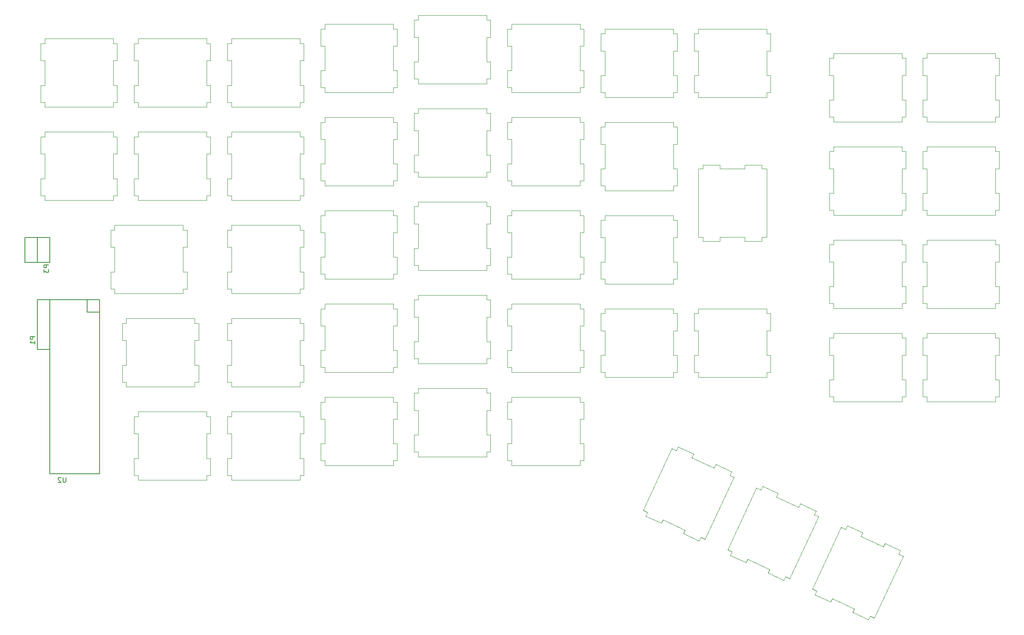
<source format=gbo>
G04 This is an RS-274x file exported by *
G04 gerbv version 2.6.0 *
G04 More information is available about gerbv at *
G04 http://gerbv.gpleda.org/ *
G04 --End of header info--*
%MOIN*%
%FSLAX34Y34*%
%IPPOS*%
G04 --Define apertures--*
%ADD10C,0.0039*%
%ADD11C,0.0059*%
G04 --Start main section--*
G54D10*
G01X0055296Y-010828D02*
G01X0049796Y-010828D01*
G01X0047796Y-010506D02*
G01X0047796Y-010120D01*
G01X0048116Y-010506D02*
G01X0047796Y-010506D01*
G01X0042296Y-010506D02*
G01X0041976Y-010506D01*
G01X0042296Y-010120D02*
G01X0042296Y-010506D01*
G01X0047796Y-010120D02*
G01X0042296Y-010120D01*
G01X0040296Y-010828D02*
G01X0034796Y-010828D01*
G01X0078600Y-058435D02*
G01X0078950Y-058598D01*
G01X0076640Y-051452D02*
G01X0076290Y-051289D01*
G01X0076775Y-051162D02*
G01X0076640Y-051452D01*
G01X0078024Y-051744D02*
G01X0076775Y-051162D01*
G01X0077889Y-052034D02*
G01X0078024Y-051744D01*
G01X0079676Y-052868D02*
G01X0077889Y-052034D01*
G01X0079811Y-052578D02*
G01X0079676Y-052868D01*
G01X0081060Y-053160D02*
G01X0079811Y-052578D01*
G01X0080925Y-053450D02*
G01X0081060Y-053160D01*
G01X0081275Y-053613D02*
G01X0080925Y-053450D01*
G01X0078950Y-058598D02*
G01X0081275Y-053613D01*
G01X0078465Y-058725D02*
G01X0078600Y-058435D01*
G01X0077216Y-058143D02*
G01X0078465Y-058725D01*
G01X0077351Y-057853D02*
G01X0077216Y-058143D01*
G01X0075564Y-057019D02*
G01X0077351Y-057853D01*
G01X0075429Y-057309D02*
G01X0075564Y-057019D01*
G01X0074180Y-056727D02*
G01X0075429Y-057309D01*
G01X0074315Y-056437D02*
G01X0074180Y-056727D01*
G01X0073965Y-056274D02*
G01X0074315Y-056437D01*
G01X0076290Y-051289D02*
G01X0073965Y-056274D01*
G01X0069842Y-048282D02*
G01X0069493Y-048119D01*
G01X0069978Y-047992D02*
G01X0069842Y-048282D01*
G01X0071227Y-048575D02*
G01X0069978Y-047992D01*
G01X0071091Y-048865D02*
G01X0071227Y-048575D01*
G01X0072879Y-049698D02*
G01X0071091Y-048865D01*
G01X0073014Y-049408D02*
G01X0072879Y-049698D01*
G01X0074263Y-049991D02*
G01X0073014Y-049408D01*
G01X0074127Y-050281D02*
G01X0074263Y-049991D01*
G01X0074477Y-050444D02*
G01X0074127Y-050281D01*
G01X0072153Y-055428D02*
G01X0074477Y-050444D01*
G01X0071803Y-055265D02*
G01X0072153Y-055428D01*
G01X0071668Y-055555D02*
G01X0071803Y-055265D01*
G01X0070419Y-054973D02*
G01X0071668Y-055555D01*
G01X0070554Y-054683D02*
G01X0070419Y-054973D01*
G01X0068767Y-053849D02*
G01X0070554Y-054683D01*
G01X0068632Y-054140D02*
G01X0068767Y-053849D01*
G01X0067383Y-053557D02*
G01X0068632Y-054140D01*
G01X0067518Y-053267D02*
G01X0067383Y-053557D01*
G01X0067168Y-053104D02*
G01X0067518Y-053267D01*
G01X0069493Y-048119D02*
G01X0067168Y-053104D01*
G01X0063045Y-045113D02*
G01X0062695Y-044950D01*
G01X0063180Y-044823D02*
G01X0063045Y-045113D01*
G01X0064429Y-045405D02*
G01X0063180Y-044823D01*
G01X0064294Y-045695D02*
G01X0064429Y-045405D01*
G01X0066081Y-046529D02*
G01X0064294Y-045695D01*
G01X0066216Y-046239D02*
G01X0066081Y-046529D01*
G01X0067465Y-046821D02*
G01X0066216Y-046239D01*
G01X0067330Y-047111D02*
G01X0067465Y-046821D01*
G01X0067680Y-047274D02*
G01X0067330Y-047111D01*
G01X0065356Y-052259D02*
G01X0067680Y-047274D01*
G01X0065006Y-052096D02*
G01X0065356Y-052259D01*
G01X0064870Y-052386D02*
G01X0065006Y-052096D01*
G01X0063622Y-051803D02*
G01X0064870Y-052386D01*
G01X0063757Y-051513D02*
G01X0063622Y-051803D01*
G01X0061970Y-050680D02*
G01X0063757Y-051513D01*
G01X0061834Y-050970D02*
G01X0061970Y-050680D01*
G01X0060585Y-050388D02*
G01X0061834Y-050970D01*
G01X0060721Y-050097D02*
G01X0060585Y-050388D01*
G01X0060371Y-049934D02*
G01X0060721Y-050097D01*
G01X0062695Y-044950D02*
G01X0060371Y-049934D01*
G01X0088674Y-036077D02*
G01X0088674Y-035691D01*
G01X0088994Y-036077D02*
G01X0088674Y-036077D01*
G01X0088994Y-037455D02*
G01X0088994Y-036077D01*
G01X0088674Y-037455D02*
G01X0088994Y-037455D01*
G01X0088674Y-039427D02*
G01X0088674Y-037455D01*
G01X0088994Y-039427D02*
G01X0088674Y-039427D01*
G01X0088994Y-040805D02*
G01X0088994Y-039427D01*
G01X0088674Y-040805D02*
G01X0088994Y-040805D01*
G01X0088674Y-041191D02*
G01X0088674Y-040805D01*
G01X0083174Y-041191D02*
G01X0088674Y-041191D01*
G01X0083174Y-040805D02*
G01X0083174Y-041191D01*
G01X0082854Y-040805D02*
G01X0083174Y-040805D01*
G01X0082854Y-039427D02*
G01X0082854Y-040805D01*
G01X0083174Y-039427D02*
G01X0082854Y-039427D01*
G01X0083174Y-037455D02*
G01X0083174Y-039427D01*
G01X0082854Y-037455D02*
G01X0083174Y-037455D01*
G01X0082854Y-036077D02*
G01X0082854Y-037455D01*
G01X0083174Y-036077D02*
G01X0082854Y-036077D01*
G01X0083174Y-035691D02*
G01X0083174Y-036077D01*
G01X0088674Y-035691D02*
G01X0083174Y-035691D01*
G01X0088674Y-028577D02*
G01X0088674Y-028191D01*
G01X0088994Y-028577D02*
G01X0088674Y-028577D01*
G01X0088994Y-029955D02*
G01X0088994Y-028577D01*
G01X0088674Y-029955D02*
G01X0088994Y-029955D01*
G01X0088674Y-031927D02*
G01X0088674Y-029955D01*
G01X0088994Y-031927D02*
G01X0088674Y-031927D01*
G01X0088994Y-033305D02*
G01X0088994Y-031927D01*
G01X0088674Y-033305D02*
G01X0088994Y-033305D01*
G01X0088674Y-033691D02*
G01X0088674Y-033305D01*
G01X0083174Y-033691D02*
G01X0088674Y-033691D01*
G01X0083174Y-033305D02*
G01X0083174Y-033691D01*
G01X0082854Y-033305D02*
G01X0083174Y-033305D01*
G01X0082854Y-031927D02*
G01X0082854Y-033305D01*
G01X0083174Y-031927D02*
G01X0082854Y-031927D01*
G01X0083174Y-029955D02*
G01X0083174Y-031927D01*
G01X0082854Y-029955D02*
G01X0083174Y-029955D01*
G01X0082854Y-028577D02*
G01X0082854Y-029955D01*
G01X0083174Y-028577D02*
G01X0082854Y-028577D01*
G01X0083174Y-028191D02*
G01X0083174Y-028577D01*
G01X0088674Y-028191D02*
G01X0083174Y-028191D01*
G01X0088674Y-021077D02*
G01X0088674Y-020691D01*
G01X0088994Y-021077D02*
G01X0088674Y-021077D01*
G01X0088994Y-022455D02*
G01X0088994Y-021077D01*
G01X0088674Y-022455D02*
G01X0088994Y-022455D01*
G01X0088674Y-024427D02*
G01X0088674Y-022455D01*
G01X0088994Y-024427D02*
G01X0088674Y-024427D01*
G01X0088994Y-025805D02*
G01X0088994Y-024427D01*
G01X0088674Y-025805D02*
G01X0088994Y-025805D01*
G01X0088674Y-026191D02*
G01X0088674Y-025805D01*
G01X0083174Y-026191D02*
G01X0088674Y-026191D01*
G01X0083174Y-025805D02*
G01X0083174Y-026191D01*
G01X0082854Y-025805D02*
G01X0083174Y-025805D01*
G01X0082854Y-024427D02*
G01X0082854Y-025805D01*
G01X0083174Y-024427D02*
G01X0082854Y-024427D01*
G01X0083174Y-022455D02*
G01X0083174Y-024427D01*
G01X0082854Y-022455D02*
G01X0083174Y-022455D01*
G01X0082854Y-021077D02*
G01X0082854Y-022455D01*
G01X0083174Y-021077D02*
G01X0082854Y-021077D01*
G01X0083174Y-020691D02*
G01X0083174Y-021077D01*
G01X0088674Y-020691D02*
G01X0083174Y-020691D01*
G01X0088674Y-013577D02*
G01X0088674Y-013191D01*
G01X0088994Y-013577D02*
G01X0088674Y-013577D01*
G01X0088994Y-014955D02*
G01X0088994Y-013577D01*
G01X0088674Y-014955D02*
G01X0088994Y-014955D01*
G01X0088674Y-016927D02*
G01X0088674Y-014955D01*
G01X0088994Y-016927D02*
G01X0088674Y-016927D01*
G01X0088994Y-018305D02*
G01X0088994Y-016927D01*
G01X0088674Y-018305D02*
G01X0088994Y-018305D01*
G01X0088674Y-018691D02*
G01X0088674Y-018305D01*
G01X0083174Y-018691D02*
G01X0088674Y-018691D01*
G01X0083174Y-018305D02*
G01X0083174Y-018691D01*
G01X0082854Y-018305D02*
G01X0083174Y-018305D01*
G01X0082854Y-016927D02*
G01X0082854Y-018305D01*
G01X0083174Y-016927D02*
G01X0082854Y-016927D01*
G01X0083174Y-014955D02*
G01X0083174Y-016927D01*
G01X0082854Y-014955D02*
G01X0083174Y-014955D01*
G01X0082854Y-013577D02*
G01X0082854Y-014955D01*
G01X0083174Y-013577D02*
G01X0082854Y-013577D01*
G01X0083174Y-013191D02*
G01X0083174Y-013577D01*
G01X0088674Y-013191D02*
G01X0083174Y-013191D01*
G01X0081174Y-036077D02*
G01X0081174Y-035691D01*
G01X0081494Y-036077D02*
G01X0081174Y-036077D01*
G01X0081494Y-037455D02*
G01X0081494Y-036077D01*
G01X0081174Y-037455D02*
G01X0081494Y-037455D01*
G01X0081174Y-039427D02*
G01X0081174Y-037455D01*
G01X0081494Y-039427D02*
G01X0081174Y-039427D01*
G01X0081494Y-040805D02*
G01X0081494Y-039427D01*
G01X0081174Y-040805D02*
G01X0081494Y-040805D01*
G01X0081174Y-041191D02*
G01X0081174Y-040805D01*
G01X0075674Y-041191D02*
G01X0081174Y-041191D01*
G01X0075674Y-040805D02*
G01X0075674Y-041191D01*
G01X0075354Y-040805D02*
G01X0075674Y-040805D01*
G01X0075354Y-039427D02*
G01X0075354Y-040805D01*
G01X0075674Y-039427D02*
G01X0075354Y-039427D01*
G01X0075674Y-037455D02*
G01X0075674Y-039427D01*
G01X0075354Y-037455D02*
G01X0075674Y-037455D01*
G01X0075354Y-036077D02*
G01X0075354Y-037455D01*
G01X0075674Y-036077D02*
G01X0075354Y-036077D01*
G01X0075674Y-035691D02*
G01X0075674Y-036077D01*
G01X0081174Y-035691D02*
G01X0075674Y-035691D01*
G01X0081174Y-028577D02*
G01X0081174Y-028191D01*
G01X0081494Y-028577D02*
G01X0081174Y-028577D01*
G01X0081494Y-029955D02*
G01X0081494Y-028577D01*
G01X0081174Y-029955D02*
G01X0081494Y-029955D01*
G01X0081174Y-031927D02*
G01X0081174Y-029955D01*
G01X0081494Y-031927D02*
G01X0081174Y-031927D01*
G01X0081494Y-033305D02*
G01X0081494Y-031927D01*
G01X0081174Y-033305D02*
G01X0081494Y-033305D01*
G01X0081174Y-033691D02*
G01X0081174Y-033305D01*
G01X0075674Y-033691D02*
G01X0081174Y-033691D01*
G01X0075674Y-033305D02*
G01X0075674Y-033691D01*
G01X0075354Y-033305D02*
G01X0075674Y-033305D01*
G01X0075354Y-031927D02*
G01X0075354Y-033305D01*
G01X0075674Y-031927D02*
G01X0075354Y-031927D01*
G01X0075674Y-029955D02*
G01X0075674Y-031927D01*
G01X0075354Y-029955D02*
G01X0075674Y-029955D01*
G01X0075354Y-028577D02*
G01X0075354Y-029955D01*
G01X0075674Y-028577D02*
G01X0075354Y-028577D01*
G01X0075674Y-028191D02*
G01X0075674Y-028577D01*
G01X0081174Y-028191D02*
G01X0075674Y-028191D01*
G01X0081174Y-021077D02*
G01X0081174Y-020691D01*
G01X0081494Y-021077D02*
G01X0081174Y-021077D01*
G01X0081494Y-022455D02*
G01X0081494Y-021077D01*
G01X0081174Y-022455D02*
G01X0081494Y-022455D01*
G01X0081174Y-024427D02*
G01X0081174Y-022455D01*
G01X0081494Y-024427D02*
G01X0081174Y-024427D01*
G01X0081494Y-025805D02*
G01X0081494Y-024427D01*
G01X0081174Y-025805D02*
G01X0081494Y-025805D01*
G01X0081174Y-026191D02*
G01X0081174Y-025805D01*
G01X0075674Y-026191D02*
G01X0081174Y-026191D01*
G01X0075674Y-025805D02*
G01X0075674Y-026191D01*
G01X0075354Y-025805D02*
G01X0075674Y-025805D01*
G01X0075354Y-024427D02*
G01X0075354Y-025805D01*
G01X0075674Y-024427D02*
G01X0075354Y-024427D01*
G01X0075674Y-022455D02*
G01X0075674Y-024427D01*
G01X0075354Y-022455D02*
G01X0075674Y-022455D01*
G01X0075354Y-021077D02*
G01X0075354Y-022455D01*
G01X0075674Y-021077D02*
G01X0075354Y-021077D01*
G01X0075674Y-020691D02*
G01X0075674Y-021077D01*
G01X0081174Y-020691D02*
G01X0075674Y-020691D01*
G01X0081174Y-013577D02*
G01X0081174Y-013191D01*
G01X0081494Y-013577D02*
G01X0081174Y-013577D01*
G01X0081494Y-014955D02*
G01X0081494Y-013577D01*
G01X0081174Y-014955D02*
G01X0081494Y-014955D01*
G01X0081174Y-016927D02*
G01X0081174Y-014955D01*
G01X0081494Y-016927D02*
G01X0081174Y-016927D01*
G01X0081494Y-018305D02*
G01X0081494Y-016927D01*
G01X0081174Y-018305D02*
G01X0081494Y-018305D01*
G01X0081174Y-018691D02*
G01X0081174Y-018305D01*
G01X0075674Y-018691D02*
G01X0081174Y-018691D01*
G01X0075674Y-018305D02*
G01X0075674Y-018691D01*
G01X0075354Y-018305D02*
G01X0075674Y-018305D01*
G01X0075354Y-016927D02*
G01X0075354Y-018305D01*
G01X0075674Y-016927D02*
G01X0075354Y-016927D01*
G01X0075674Y-014955D02*
G01X0075674Y-016927D01*
G01X0075354Y-014955D02*
G01X0075674Y-014955D01*
G01X0075354Y-013577D02*
G01X0075354Y-014955D01*
G01X0075674Y-013577D02*
G01X0075354Y-013577D01*
G01X0075674Y-013191D02*
G01X0075674Y-013577D01*
G01X0081174Y-013191D02*
G01X0075674Y-013191D01*
G01X0055296Y-041214D02*
G01X0055296Y-040828D01*
G01X0055616Y-041214D02*
G01X0055296Y-041214D01*
G01X0055616Y-042592D02*
G01X0055616Y-041214D01*
G01X0055296Y-042592D02*
G01X0055616Y-042592D01*
G01X0055296Y-044564D02*
G01X0055296Y-042592D01*
G01X0055616Y-044564D02*
G01X0055296Y-044564D01*
G01X0055616Y-045942D02*
G01X0055616Y-044564D01*
G01X0055296Y-045942D02*
G01X0055616Y-045942D01*
G01X0055296Y-046328D02*
G01X0055296Y-045942D01*
G01X0049796Y-046328D02*
G01X0055296Y-046328D01*
G01X0049796Y-045942D02*
G01X0049796Y-046328D01*
G01X0049476Y-045942D02*
G01X0049796Y-045942D01*
G01X0049476Y-044564D02*
G01X0049476Y-045942D01*
G01X0049796Y-044564D02*
G01X0049476Y-044564D01*
G01X0049796Y-042592D02*
G01X0049796Y-044564D01*
G01X0049476Y-042592D02*
G01X0049796Y-042592D01*
G01X0049476Y-041214D02*
G01X0049476Y-042592D01*
G01X0049796Y-041214D02*
G01X0049476Y-041214D01*
G01X0049796Y-040828D02*
G01X0049796Y-041214D01*
G01X0055296Y-040828D02*
G01X0049796Y-040828D01*
G01X0055296Y-033714D02*
G01X0055296Y-033328D01*
G01X0055616Y-033714D02*
G01X0055296Y-033714D01*
G01X0055616Y-035092D02*
G01X0055616Y-033714D01*
G01X0055296Y-035092D02*
G01X0055616Y-035092D01*
G01X0055296Y-037064D02*
G01X0055296Y-035092D01*
G01X0055616Y-037064D02*
G01X0055296Y-037064D01*
G01X0055616Y-038442D02*
G01X0055616Y-037064D01*
G01X0055296Y-038442D02*
G01X0055616Y-038442D01*
G01X0055296Y-038828D02*
G01X0055296Y-038442D01*
G01X0049796Y-038828D02*
G01X0055296Y-038828D01*
G01X0049796Y-038442D02*
G01X0049796Y-038828D01*
G01X0049476Y-038442D02*
G01X0049796Y-038442D01*
G01X0049476Y-037064D02*
G01X0049476Y-038442D01*
G01X0049796Y-037064D02*
G01X0049476Y-037064D01*
G01X0049796Y-035092D02*
G01X0049796Y-037064D01*
G01X0049476Y-035092D02*
G01X0049796Y-035092D01*
G01X0049476Y-033714D02*
G01X0049476Y-035092D01*
G01X0049796Y-033714D02*
G01X0049476Y-033714D01*
G01X0049796Y-033328D02*
G01X0049796Y-033714D01*
G01X0055296Y-033328D02*
G01X0049796Y-033328D01*
G01X0055296Y-026214D02*
G01X0055296Y-025828D01*
G01X0055616Y-026214D02*
G01X0055296Y-026214D01*
G01X0055616Y-027592D02*
G01X0055616Y-026214D01*
G01X0055296Y-027592D02*
G01X0055616Y-027592D01*
G01X0055296Y-029564D02*
G01X0055296Y-027592D01*
G01X0055616Y-029564D02*
G01X0055296Y-029564D01*
G01X0055616Y-030942D02*
G01X0055616Y-029564D01*
G01X0055296Y-030942D02*
G01X0055616Y-030942D01*
G01X0055296Y-031328D02*
G01X0055296Y-030942D01*
G01X0049796Y-031328D02*
G01X0055296Y-031328D01*
G01X0049796Y-030942D02*
G01X0049796Y-031328D01*
G01X0049476Y-030942D02*
G01X0049796Y-030942D01*
G01X0049476Y-029564D02*
G01X0049476Y-030942D01*
G01X0049796Y-029564D02*
G01X0049476Y-029564D01*
G01X0049796Y-027592D02*
G01X0049796Y-029564D01*
G01X0049476Y-027592D02*
G01X0049796Y-027592D01*
G01X0049476Y-026214D02*
G01X0049476Y-027592D01*
G01X0049796Y-026214D02*
G01X0049476Y-026214D01*
G01X0049796Y-025828D02*
G01X0049796Y-026214D01*
G01X0055296Y-025828D02*
G01X0049796Y-025828D01*
G01X0055296Y-018714D02*
G01X0055296Y-018328D01*
G01X0055616Y-018714D02*
G01X0055296Y-018714D01*
G01X0055616Y-020092D02*
G01X0055616Y-018714D01*
G01X0055296Y-020092D02*
G01X0055616Y-020092D01*
G01X0055296Y-022064D02*
G01X0055296Y-020092D01*
G01X0055616Y-022064D02*
G01X0055296Y-022064D01*
G01X0055616Y-023442D02*
G01X0055616Y-022064D01*
G01X0055296Y-023442D02*
G01X0055616Y-023442D01*
G01X0055296Y-023828D02*
G01X0055296Y-023442D01*
G01X0049796Y-023828D02*
G01X0055296Y-023828D01*
G01X0049796Y-023442D02*
G01X0049796Y-023828D01*
G01X0049476Y-023442D02*
G01X0049796Y-023442D01*
G01X0049476Y-022064D02*
G01X0049476Y-023442D01*
G01X0049796Y-022064D02*
G01X0049476Y-022064D01*
G01X0049796Y-020092D02*
G01X0049796Y-022064D01*
G01X0049476Y-020092D02*
G01X0049796Y-020092D01*
G01X0049476Y-018714D02*
G01X0049476Y-020092D01*
G01X0049796Y-018714D02*
G01X0049476Y-018714D01*
G01X0049796Y-018328D02*
G01X0049796Y-018714D01*
G01X0055296Y-018328D02*
G01X0049796Y-018328D01*
G01X0055296Y-011214D02*
G01X0055296Y-010828D01*
G01X0055616Y-011214D02*
G01X0055296Y-011214D01*
G01X0055616Y-012592D02*
G01X0055616Y-011214D01*
G01X0055296Y-012592D02*
G01X0055616Y-012592D01*
G01X0055296Y-014564D02*
G01X0055296Y-012592D01*
G01X0055616Y-014564D02*
G01X0055296Y-014564D01*
G01X0055616Y-015942D02*
G01X0055616Y-014564D01*
G01X0055296Y-015942D02*
G01X0055616Y-015942D01*
G01X0055296Y-016328D02*
G01X0055296Y-015942D01*
G01X0049796Y-016328D02*
G01X0055296Y-016328D01*
G01X0049796Y-015942D02*
G01X0049796Y-016328D01*
G01X0049476Y-015942D02*
G01X0049796Y-015942D01*
G01X0049476Y-014564D02*
G01X0049476Y-015942D01*
G01X0049796Y-014564D02*
G01X0049476Y-014564D01*
G01X0049796Y-012592D02*
G01X0049796Y-014564D01*
G01X0049476Y-012592D02*
G01X0049796Y-012592D01*
G01X0049476Y-011214D02*
G01X0049476Y-012592D01*
G01X0049796Y-011214D02*
G01X0049476Y-011214D01*
G01X0049796Y-010828D02*
G01X0049796Y-011214D01*
G01X0065182Y-022472D02*
G01X0064796Y-022472D01*
G01X0065182Y-022152D02*
G01X0065182Y-022472D01*
G01X0066560Y-022152D02*
G01X0065182Y-022152D01*
G01X0066560Y-022472D02*
G01X0066560Y-022152D01*
G01X0068532Y-022472D02*
G01X0066560Y-022472D01*
G01X0068532Y-022152D02*
G01X0068532Y-022472D01*
G01X0069910Y-022152D02*
G01X0068532Y-022152D01*
G01X0069910Y-022472D02*
G01X0069910Y-022152D01*
G01X0070296Y-022472D02*
G01X0069910Y-022472D01*
G01X0070296Y-027972D02*
G01X0070296Y-022472D01*
G01X0069910Y-027972D02*
G01X0070296Y-027972D01*
G01X0069910Y-028292D02*
G01X0069910Y-027972D01*
G01X0068532Y-028292D02*
G01X0069910Y-028292D01*
G01X0068532Y-027972D02*
G01X0068532Y-028292D01*
G01X0066560Y-027972D02*
G01X0068532Y-027972D01*
G01X0066560Y-028292D02*
G01X0066560Y-027972D01*
G01X0065182Y-028292D02*
G01X0066560Y-028292D01*
G01X0065182Y-027972D02*
G01X0065182Y-028292D01*
G01X0064796Y-027972D02*
G01X0065182Y-027972D01*
G01X0064796Y-022472D02*
G01X0064796Y-027972D01*
G01X0070296Y-034108D02*
G01X0070296Y-033722D01*
G01X0070616Y-034108D02*
G01X0070296Y-034108D01*
G01X0070616Y-035486D02*
G01X0070616Y-034108D01*
G01X0070296Y-035486D02*
G01X0070616Y-035486D01*
G01X0070296Y-037458D02*
G01X0070296Y-035486D01*
G01X0070616Y-037458D02*
G01X0070296Y-037458D01*
G01X0070616Y-038836D02*
G01X0070616Y-037458D01*
G01X0070296Y-038836D02*
G01X0070616Y-038836D01*
G01X0070296Y-039222D02*
G01X0070296Y-038836D01*
G01X0064796Y-039222D02*
G01X0070296Y-039222D01*
G01X0064796Y-038836D02*
G01X0064796Y-039222D01*
G01X0064476Y-038836D02*
G01X0064796Y-038836D01*
G01X0064476Y-037458D02*
G01X0064476Y-038836D01*
G01X0064796Y-037458D02*
G01X0064476Y-037458D01*
G01X0064796Y-035486D02*
G01X0064796Y-037458D01*
G01X0064476Y-035486D02*
G01X0064796Y-035486D01*
G01X0064476Y-034108D02*
G01X0064476Y-035486D01*
G01X0064796Y-034108D02*
G01X0064476Y-034108D01*
G01X0064796Y-033722D02*
G01X0064796Y-034108D01*
G01X0070296Y-033722D02*
G01X0064796Y-033722D01*
G01X0070296Y-011608D02*
G01X0070296Y-011222D01*
G01X0070616Y-011608D02*
G01X0070296Y-011608D01*
G01X0070616Y-012986D02*
G01X0070616Y-011608D01*
G01X0070296Y-012986D02*
G01X0070616Y-012986D01*
G01X0070296Y-014958D02*
G01X0070296Y-012986D01*
G01X0070616Y-014958D02*
G01X0070296Y-014958D01*
G01X0070616Y-016336D02*
G01X0070616Y-014958D01*
G01X0070296Y-016336D02*
G01X0070616Y-016336D01*
G01X0070296Y-016722D02*
G01X0070296Y-016336D01*
G01X0064796Y-016722D02*
G01X0070296Y-016722D01*
G01X0064796Y-016336D02*
G01X0064796Y-016722D01*
G01X0064476Y-016336D02*
G01X0064796Y-016336D01*
G01X0064476Y-014958D02*
G01X0064476Y-016336D01*
G01X0064796Y-014958D02*
G01X0064476Y-014958D01*
G01X0064796Y-012986D02*
G01X0064796Y-014958D01*
G01X0064476Y-012986D02*
G01X0064796Y-012986D01*
G01X0064476Y-011608D02*
G01X0064476Y-012986D01*
G01X0064796Y-011608D02*
G01X0064476Y-011608D01*
G01X0064796Y-011222D02*
G01X0064796Y-011608D01*
G01X0070296Y-011222D02*
G01X0064796Y-011222D01*
G01X0062796Y-034108D02*
G01X0062796Y-033722D01*
G01X0063116Y-034108D02*
G01X0062796Y-034108D01*
G01X0063116Y-035486D02*
G01X0063116Y-034108D01*
G01X0062796Y-035486D02*
G01X0063116Y-035486D01*
G01X0062796Y-037458D02*
G01X0062796Y-035486D01*
G01X0063116Y-037458D02*
G01X0062796Y-037458D01*
G01X0063116Y-038836D02*
G01X0063116Y-037458D01*
G01X0062796Y-038836D02*
G01X0063116Y-038836D01*
G01X0062796Y-039222D02*
G01X0062796Y-038836D01*
G01X0057296Y-039222D02*
G01X0062796Y-039222D01*
G01X0057296Y-038836D02*
G01X0057296Y-039222D01*
G01X0056976Y-038836D02*
G01X0057296Y-038836D01*
G01X0056976Y-037458D02*
G01X0056976Y-038836D01*
G01X0057296Y-037458D02*
G01X0056976Y-037458D01*
G01X0057296Y-035486D02*
G01X0057296Y-037458D01*
G01X0056976Y-035486D02*
G01X0057296Y-035486D01*
G01X0056976Y-034108D02*
G01X0056976Y-035486D01*
G01X0057296Y-034108D02*
G01X0056976Y-034108D01*
G01X0057296Y-033722D02*
G01X0057296Y-034108D01*
G01X0062796Y-033722D02*
G01X0057296Y-033722D01*
G01X0062796Y-026608D02*
G01X0062796Y-026222D01*
G01X0063116Y-026608D02*
G01X0062796Y-026608D01*
G01X0063116Y-027986D02*
G01X0063116Y-026608D01*
G01X0062796Y-027986D02*
G01X0063116Y-027986D01*
G01X0062796Y-029958D02*
G01X0062796Y-027986D01*
G01X0063116Y-029958D02*
G01X0062796Y-029958D01*
G01X0063116Y-031336D02*
G01X0063116Y-029958D01*
G01X0062796Y-031336D02*
G01X0063116Y-031336D01*
G01X0062796Y-031722D02*
G01X0062796Y-031336D01*
G01X0057296Y-031722D02*
G01X0062796Y-031722D01*
G01X0057296Y-031336D02*
G01X0057296Y-031722D01*
G01X0056976Y-031336D02*
G01X0057296Y-031336D01*
G01X0056976Y-029958D02*
G01X0056976Y-031336D01*
G01X0057296Y-029958D02*
G01X0056976Y-029958D01*
G01X0057296Y-027986D02*
G01X0057296Y-029958D01*
G01X0056976Y-027986D02*
G01X0057296Y-027986D01*
G01X0056976Y-026608D02*
G01X0056976Y-027986D01*
G01X0057296Y-026608D02*
G01X0056976Y-026608D01*
G01X0057296Y-026222D02*
G01X0057296Y-026608D01*
G01X0062796Y-026222D02*
G01X0057296Y-026222D01*
G01X0062796Y-019108D02*
G01X0062796Y-018722D01*
G01X0063116Y-019108D02*
G01X0062796Y-019108D01*
G01X0063116Y-020486D02*
G01X0063116Y-019108D01*
G01X0062796Y-020486D02*
G01X0063116Y-020486D01*
G01X0062796Y-022458D02*
G01X0062796Y-020486D01*
G01X0063116Y-022458D02*
G01X0062796Y-022458D01*
G01X0063116Y-023836D02*
G01X0063116Y-022458D01*
G01X0062796Y-023836D02*
G01X0063116Y-023836D01*
G01X0062796Y-024222D02*
G01X0062796Y-023836D01*
G01X0057296Y-024222D02*
G01X0062796Y-024222D01*
G01X0057296Y-023836D02*
G01X0057296Y-024222D01*
G01X0056976Y-023836D02*
G01X0057296Y-023836D01*
G01X0056976Y-022458D02*
G01X0056976Y-023836D01*
G01X0057296Y-022458D02*
G01X0056976Y-022458D01*
G01X0057296Y-020486D02*
G01X0057296Y-022458D01*
G01X0056976Y-020486D02*
G01X0057296Y-020486D01*
G01X0056976Y-019108D02*
G01X0056976Y-020486D01*
G01X0057296Y-019108D02*
G01X0056976Y-019108D01*
G01X0057296Y-018722D02*
G01X0057296Y-019108D01*
G01X0062796Y-018722D02*
G01X0057296Y-018722D01*
G01X0062796Y-011608D02*
G01X0062796Y-011222D01*
G01X0063116Y-011608D02*
G01X0062796Y-011608D01*
G01X0063116Y-012986D02*
G01X0063116Y-011608D01*
G01X0062796Y-012986D02*
G01X0063116Y-012986D01*
G01X0062796Y-014958D02*
G01X0062796Y-012986D01*
G01X0063116Y-014958D02*
G01X0062796Y-014958D01*
G01X0063116Y-016336D02*
G01X0063116Y-014958D01*
G01X0062796Y-016336D02*
G01X0063116Y-016336D01*
G01X0062796Y-016722D02*
G01X0062796Y-016336D01*
G01X0057296Y-016722D02*
G01X0062796Y-016722D01*
G01X0057296Y-016336D02*
G01X0057296Y-016722D01*
G01X0056976Y-016336D02*
G01X0057296Y-016336D01*
G01X0056976Y-014958D02*
G01X0056976Y-016336D01*
G01X0057296Y-014958D02*
G01X0056976Y-014958D01*
G01X0057296Y-012986D02*
G01X0057296Y-014958D01*
G01X0056976Y-012986D02*
G01X0057296Y-012986D01*
G01X0056976Y-011608D02*
G01X0056976Y-012986D01*
G01X0057296Y-011608D02*
G01X0056976Y-011608D01*
G01X0057296Y-011222D02*
G01X0057296Y-011608D01*
G01X0062796Y-011222D02*
G01X0057296Y-011222D01*
G01X0047796Y-040506D02*
G01X0047796Y-040120D01*
G01X0048116Y-040506D02*
G01X0047796Y-040506D01*
G01X0048116Y-041884D02*
G01X0048116Y-040506D01*
G01X0047796Y-041884D02*
G01X0048116Y-041884D01*
G01X0047796Y-043856D02*
G01X0047796Y-041884D01*
G01X0048116Y-043856D02*
G01X0047796Y-043856D01*
G01X0048116Y-045234D02*
G01X0048116Y-043856D01*
G01X0047796Y-045234D02*
G01X0048116Y-045234D01*
G01X0047796Y-045620D02*
G01X0047796Y-045234D01*
G01X0042296Y-045620D02*
G01X0047796Y-045620D01*
G01X0042296Y-045234D02*
G01X0042296Y-045620D01*
G01X0041976Y-045234D02*
G01X0042296Y-045234D01*
G01X0041976Y-043856D02*
G01X0041976Y-045234D01*
G01X0042296Y-043856D02*
G01X0041976Y-043856D01*
G01X0042296Y-041884D02*
G01X0042296Y-043856D01*
G01X0041976Y-041884D02*
G01X0042296Y-041884D01*
G01X0041976Y-040506D02*
G01X0041976Y-041884D01*
G01X0042296Y-040506D02*
G01X0041976Y-040506D01*
G01X0042296Y-040120D02*
G01X0042296Y-040506D01*
G01X0047796Y-040120D02*
G01X0042296Y-040120D01*
G01X0047796Y-033006D02*
G01X0047796Y-032620D01*
G01X0048116Y-033006D02*
G01X0047796Y-033006D01*
G01X0048116Y-034384D02*
G01X0048116Y-033006D01*
G01X0047796Y-034384D02*
G01X0048116Y-034384D01*
G01X0047796Y-036356D02*
G01X0047796Y-034384D01*
G01X0048116Y-036356D02*
G01X0047796Y-036356D01*
G01X0048116Y-037734D02*
G01X0048116Y-036356D01*
G01X0047796Y-037734D02*
G01X0048116Y-037734D01*
G01X0047796Y-038120D02*
G01X0047796Y-037734D01*
G01X0042296Y-038120D02*
G01X0047796Y-038120D01*
G01X0042296Y-037734D02*
G01X0042296Y-038120D01*
G01X0041976Y-037734D02*
G01X0042296Y-037734D01*
G01X0041976Y-036356D02*
G01X0041976Y-037734D01*
G01X0042296Y-036356D02*
G01X0041976Y-036356D01*
G01X0042296Y-034384D02*
G01X0042296Y-036356D01*
G01X0041976Y-034384D02*
G01X0042296Y-034384D01*
G01X0041976Y-033006D02*
G01X0041976Y-034384D01*
G01X0042296Y-033006D02*
G01X0041976Y-033006D01*
G01X0042296Y-032620D02*
G01X0042296Y-033006D01*
G01X0047796Y-032620D02*
G01X0042296Y-032620D01*
G01X0047796Y-025506D02*
G01X0047796Y-025120D01*
G01X0048116Y-025506D02*
G01X0047796Y-025506D01*
G01X0048116Y-026884D02*
G01X0048116Y-025506D01*
G01X0047796Y-026884D02*
G01X0048116Y-026884D01*
G01X0047796Y-028856D02*
G01X0047796Y-026884D01*
G01X0048116Y-028856D02*
G01X0047796Y-028856D01*
G01X0048116Y-030234D02*
G01X0048116Y-028856D01*
G01X0047796Y-030234D02*
G01X0048116Y-030234D01*
G01X0047796Y-030620D02*
G01X0047796Y-030234D01*
G01X0042296Y-030620D02*
G01X0047796Y-030620D01*
G01X0042296Y-030234D02*
G01X0042296Y-030620D01*
G01X0041976Y-030234D02*
G01X0042296Y-030234D01*
G01X0041976Y-028856D02*
G01X0041976Y-030234D01*
G01X0042296Y-028856D02*
G01X0041976Y-028856D01*
G01X0042296Y-026884D02*
G01X0042296Y-028856D01*
G01X0041976Y-026884D02*
G01X0042296Y-026884D01*
G01X0041976Y-025506D02*
G01X0041976Y-026884D01*
G01X0042296Y-025506D02*
G01X0041976Y-025506D01*
G01X0042296Y-025120D02*
G01X0042296Y-025506D01*
G01X0047796Y-025120D02*
G01X0042296Y-025120D01*
G01X0047796Y-018006D02*
G01X0047796Y-017620D01*
G01X0048116Y-018006D02*
G01X0047796Y-018006D01*
G01X0048116Y-019384D02*
G01X0048116Y-018006D01*
G01X0047796Y-019384D02*
G01X0048116Y-019384D01*
G01X0047796Y-021356D02*
G01X0047796Y-019384D01*
G01X0048116Y-021356D02*
G01X0047796Y-021356D01*
G01X0048116Y-022734D02*
G01X0048116Y-021356D01*
G01X0047796Y-022734D02*
G01X0048116Y-022734D01*
G01X0047796Y-023120D02*
G01X0047796Y-022734D01*
G01X0042296Y-023120D02*
G01X0047796Y-023120D01*
G01X0042296Y-022734D02*
G01X0042296Y-023120D01*
G01X0041976Y-022734D02*
G01X0042296Y-022734D01*
G01X0041976Y-021356D02*
G01X0041976Y-022734D01*
G01X0042296Y-021356D02*
G01X0041976Y-021356D01*
G01X0042296Y-019384D02*
G01X0042296Y-021356D01*
G01X0041976Y-019384D02*
G01X0042296Y-019384D01*
G01X0041976Y-018006D02*
G01X0041976Y-019384D01*
G01X0042296Y-018006D02*
G01X0041976Y-018006D01*
G01X0042296Y-017620D02*
G01X0042296Y-018006D01*
G01X0047796Y-017620D02*
G01X0042296Y-017620D01*
G01X0048116Y-011884D02*
G01X0048116Y-010506D01*
G01X0047796Y-011884D02*
G01X0048116Y-011884D01*
G01X0047796Y-013856D02*
G01X0047796Y-011884D01*
G01X0048116Y-013856D02*
G01X0047796Y-013856D01*
G01X0048116Y-015234D02*
G01X0048116Y-013856D01*
G01X0047796Y-015234D02*
G01X0048116Y-015234D01*
G01X0047796Y-015620D02*
G01X0047796Y-015234D01*
G01X0042296Y-015620D02*
G01X0047796Y-015620D01*
G01X0042296Y-015234D02*
G01X0042296Y-015620D01*
G01X0041976Y-015234D02*
G01X0042296Y-015234D01*
G01X0041976Y-013856D02*
G01X0041976Y-015234D01*
G01X0042296Y-013856D02*
G01X0041976Y-013856D01*
G01X0042296Y-011884D02*
G01X0042296Y-013856D01*
G01X0041976Y-011884D02*
G01X0042296Y-011884D01*
G01X0041976Y-010506D02*
G01X0041976Y-011884D01*
G01X0040296Y-041214D02*
G01X0040296Y-040828D01*
G01X0040616Y-041214D02*
G01X0040296Y-041214D01*
G01X0040616Y-042592D02*
G01X0040616Y-041214D01*
G01X0040296Y-042592D02*
G01X0040616Y-042592D01*
G01X0040296Y-044564D02*
G01X0040296Y-042592D01*
G01X0040616Y-044564D02*
G01X0040296Y-044564D01*
G01X0040616Y-045942D02*
G01X0040616Y-044564D01*
G01X0040296Y-045942D02*
G01X0040616Y-045942D01*
G01X0040296Y-046328D02*
G01X0040296Y-045942D01*
G01X0034796Y-046328D02*
G01X0040296Y-046328D01*
G01X0034796Y-045942D02*
G01X0034796Y-046328D01*
G01X0034476Y-045942D02*
G01X0034796Y-045942D01*
G01X0034476Y-044564D02*
G01X0034476Y-045942D01*
G01X0034796Y-044564D02*
G01X0034476Y-044564D01*
G01X0034796Y-042592D02*
G01X0034796Y-044564D01*
G01X0034476Y-042592D02*
G01X0034796Y-042592D01*
G01X0034476Y-041214D02*
G01X0034476Y-042592D01*
G01X0034796Y-041214D02*
G01X0034476Y-041214D01*
G01X0034796Y-040828D02*
G01X0034796Y-041214D01*
G01X0040296Y-040828D02*
G01X0034796Y-040828D01*
G01X0040296Y-033714D02*
G01X0040296Y-033328D01*
G01X0040616Y-033714D02*
G01X0040296Y-033714D01*
G01X0040616Y-035092D02*
G01X0040616Y-033714D01*
G01X0040296Y-035092D02*
G01X0040616Y-035092D01*
G01X0040296Y-037064D02*
G01X0040296Y-035092D01*
G01X0040616Y-037064D02*
G01X0040296Y-037064D01*
G01X0040616Y-038442D02*
G01X0040616Y-037064D01*
G01X0040296Y-038442D02*
G01X0040616Y-038442D01*
G01X0040296Y-038828D02*
G01X0040296Y-038442D01*
G01X0034796Y-038828D02*
G01X0040296Y-038828D01*
G01X0034796Y-038442D02*
G01X0034796Y-038828D01*
G01X0034476Y-038442D02*
G01X0034796Y-038442D01*
G01X0034476Y-037064D02*
G01X0034476Y-038442D01*
G01X0034796Y-037064D02*
G01X0034476Y-037064D01*
G01X0034796Y-035092D02*
G01X0034796Y-037064D01*
G01X0034476Y-035092D02*
G01X0034796Y-035092D01*
G01X0034476Y-033714D02*
G01X0034476Y-035092D01*
G01X0034796Y-033714D02*
G01X0034476Y-033714D01*
G01X0034796Y-033328D02*
G01X0034796Y-033714D01*
G01X0040296Y-033328D02*
G01X0034796Y-033328D01*
G01X0040296Y-026214D02*
G01X0040296Y-025828D01*
G01X0040616Y-026214D02*
G01X0040296Y-026214D01*
G01X0040616Y-027592D02*
G01X0040616Y-026214D01*
G01X0040296Y-027592D02*
G01X0040616Y-027592D01*
G01X0040296Y-029564D02*
G01X0040296Y-027592D01*
G01X0040616Y-029564D02*
G01X0040296Y-029564D01*
G01X0040616Y-030942D02*
G01X0040616Y-029564D01*
G01X0040296Y-030942D02*
G01X0040616Y-030942D01*
G01X0040296Y-031328D02*
G01X0040296Y-030942D01*
G01X0034796Y-031328D02*
G01X0040296Y-031328D01*
G01X0034796Y-030942D02*
G01X0034796Y-031328D01*
G01X0034476Y-030942D02*
G01X0034796Y-030942D01*
G01X0034476Y-029564D02*
G01X0034476Y-030942D01*
G01X0034796Y-029564D02*
G01X0034476Y-029564D01*
G01X0034796Y-027592D02*
G01X0034796Y-029564D01*
G01X0034476Y-027592D02*
G01X0034796Y-027592D01*
G01X0034476Y-026214D02*
G01X0034476Y-027592D01*
G01X0034796Y-026214D02*
G01X0034476Y-026214D01*
G01X0034796Y-025828D02*
G01X0034796Y-026214D01*
G01X0040296Y-025828D02*
G01X0034796Y-025828D01*
G01X0040296Y-018714D02*
G01X0040296Y-018328D01*
G01X0040616Y-018714D02*
G01X0040296Y-018714D01*
G01X0040616Y-020092D02*
G01X0040616Y-018714D01*
G01X0040296Y-020092D02*
G01X0040616Y-020092D01*
G01X0040296Y-022064D02*
G01X0040296Y-020092D01*
G01X0040616Y-022064D02*
G01X0040296Y-022064D01*
G01X0040616Y-023442D02*
G01X0040616Y-022064D01*
G01X0040296Y-023442D02*
G01X0040616Y-023442D01*
G01X0040296Y-023828D02*
G01X0040296Y-023442D01*
G01X0034796Y-023828D02*
G01X0040296Y-023828D01*
G01X0034796Y-023442D02*
G01X0034796Y-023828D01*
G01X0034476Y-023442D02*
G01X0034796Y-023442D01*
G01X0034476Y-022064D02*
G01X0034476Y-023442D01*
G01X0034796Y-022064D02*
G01X0034476Y-022064D01*
G01X0034796Y-020092D02*
G01X0034796Y-022064D01*
G01X0034476Y-020092D02*
G01X0034796Y-020092D01*
G01X0034476Y-018714D02*
G01X0034476Y-020092D01*
G01X0034796Y-018714D02*
G01X0034476Y-018714D01*
G01X0034796Y-018328D02*
G01X0034796Y-018714D01*
G01X0040296Y-018328D02*
G01X0034796Y-018328D01*
G01X0040296Y-011214D02*
G01X0040296Y-010828D01*
G01X0040616Y-011214D02*
G01X0040296Y-011214D01*
G01X0040616Y-012592D02*
G01X0040616Y-011214D01*
G01X0040296Y-012592D02*
G01X0040616Y-012592D01*
G01X0040296Y-014564D02*
G01X0040296Y-012592D01*
G01X0040616Y-014564D02*
G01X0040296Y-014564D01*
G01X0040616Y-015942D02*
G01X0040616Y-014564D01*
G01X0040296Y-015942D02*
G01X0040616Y-015942D01*
G01X0040296Y-016328D02*
G01X0040296Y-015942D01*
G01X0034796Y-016328D02*
G01X0040296Y-016328D01*
G01X0034796Y-015942D02*
G01X0034796Y-016328D01*
G01X0034476Y-015942D02*
G01X0034796Y-015942D01*
G01X0034476Y-014564D02*
G01X0034476Y-015942D01*
G01X0034796Y-014564D02*
G01X0034476Y-014564D01*
G01X0034796Y-012592D02*
G01X0034796Y-014564D01*
G01X0034476Y-012592D02*
G01X0034796Y-012592D01*
G01X0034476Y-011214D02*
G01X0034476Y-012592D01*
G01X0034796Y-011214D02*
G01X0034476Y-011214D01*
G01X0034796Y-010828D02*
G01X0034796Y-011214D01*
G01X0023421Y-027395D02*
G01X0023421Y-027009D01*
G01X0023741Y-027395D02*
G01X0023421Y-027395D01*
G01X0023741Y-028773D02*
G01X0023741Y-027395D01*
G01X0023421Y-028773D02*
G01X0023741Y-028773D01*
G01X0023421Y-030745D02*
G01X0023421Y-028773D01*
G01X0023741Y-030745D02*
G01X0023421Y-030745D01*
G01X0023741Y-032123D02*
G01X0023741Y-030745D01*
G01X0023421Y-032123D02*
G01X0023741Y-032123D01*
G01X0023421Y-032509D02*
G01X0023421Y-032123D01*
G01X0017921Y-032509D02*
G01X0023421Y-032509D01*
G01X0017921Y-032123D02*
G01X0017921Y-032509D01*
G01X0017601Y-032123D02*
G01X0017921Y-032123D01*
G01X0017601Y-030745D02*
G01X0017601Y-032123D01*
G01X0017921Y-030745D02*
G01X0017601Y-030745D01*
G01X0017921Y-028773D02*
G01X0017921Y-030745D01*
G01X0017601Y-028773D02*
G01X0017921Y-028773D01*
G01X0017601Y-027395D02*
G01X0017601Y-028773D01*
G01X0017921Y-027395D02*
G01X0017601Y-027395D01*
G01X0017921Y-027009D02*
G01X0017921Y-027395D01*
G01X0023421Y-027009D02*
G01X0017921Y-027009D01*
G01X0024359Y-034895D02*
G01X0024359Y-034509D01*
G01X0024679Y-034895D02*
G01X0024359Y-034895D01*
G01X0024679Y-036273D02*
G01X0024679Y-034895D01*
G01X0024359Y-036273D02*
G01X0024679Y-036273D01*
G01X0024359Y-038245D02*
G01X0024359Y-036273D01*
G01X0024679Y-038245D02*
G01X0024359Y-038245D01*
G01X0024679Y-039623D02*
G01X0024679Y-038245D01*
G01X0024359Y-039623D02*
G01X0024679Y-039623D01*
G01X0024359Y-040009D02*
G01X0024359Y-039623D01*
G01X0018859Y-040009D02*
G01X0024359Y-040009D01*
G01X0018859Y-039623D02*
G01X0018859Y-040009D01*
G01X0018539Y-039623D02*
G01X0018859Y-039623D01*
G01X0018539Y-038245D02*
G01X0018539Y-039623D01*
G01X0018859Y-038245D02*
G01X0018539Y-038245D01*
G01X0018859Y-036273D02*
G01X0018859Y-038245D01*
G01X0018539Y-036273D02*
G01X0018859Y-036273D01*
G01X0018539Y-034895D02*
G01X0018539Y-036273D01*
G01X0018859Y-034895D02*
G01X0018539Y-034895D01*
G01X0018859Y-034509D02*
G01X0018859Y-034895D01*
G01X0024359Y-034509D02*
G01X0018859Y-034509D01*
G01X0025296Y-042395D02*
G01X0025296Y-042009D01*
G01X0025616Y-042395D02*
G01X0025296Y-042395D01*
G01X0025616Y-043773D02*
G01X0025616Y-042395D01*
G01X0025296Y-043773D02*
G01X0025616Y-043773D01*
G01X0025296Y-045745D02*
G01X0025296Y-043773D01*
G01X0025616Y-045745D02*
G01X0025296Y-045745D01*
G01X0025616Y-047123D02*
G01X0025616Y-045745D01*
G01X0025296Y-047123D02*
G01X0025616Y-047123D01*
G01X0025296Y-047509D02*
G01X0025296Y-047123D01*
G01X0019796Y-047509D02*
G01X0025296Y-047509D01*
G01X0019796Y-047123D02*
G01X0019796Y-047509D01*
G01X0019476Y-047123D02*
G01X0019796Y-047123D01*
G01X0019476Y-045745D02*
G01X0019476Y-047123D01*
G01X0019796Y-045745D02*
G01X0019476Y-045745D01*
G01X0019796Y-043773D02*
G01X0019796Y-045745D01*
G01X0019476Y-043773D02*
G01X0019796Y-043773D01*
G01X0019476Y-042395D02*
G01X0019476Y-043773D01*
G01X0019796Y-042395D02*
G01X0019476Y-042395D01*
G01X0019796Y-042009D02*
G01X0019796Y-042395D01*
G01X0025296Y-042009D02*
G01X0019796Y-042009D01*
G01X0032796Y-042395D02*
G01X0032796Y-042009D01*
G01X0033116Y-042395D02*
G01X0032796Y-042395D01*
G01X0033116Y-043773D02*
G01X0033116Y-042395D01*
G01X0032796Y-043773D02*
G01X0033116Y-043773D01*
G01X0032796Y-045745D02*
G01X0032796Y-043773D01*
G01X0033116Y-045745D02*
G01X0032796Y-045745D01*
G01X0033116Y-047123D02*
G01X0033116Y-045745D01*
G01X0032796Y-047123D02*
G01X0033116Y-047123D01*
G01X0032796Y-047509D02*
G01X0032796Y-047123D01*
G01X0027296Y-047509D02*
G01X0032796Y-047509D01*
G01X0027296Y-047123D02*
G01X0027296Y-047509D01*
G01X0026976Y-047123D02*
G01X0027296Y-047123D01*
G01X0026976Y-045745D02*
G01X0026976Y-047123D01*
G01X0027296Y-045745D02*
G01X0026976Y-045745D01*
G01X0027296Y-043773D02*
G01X0027296Y-045745D01*
G01X0026976Y-043773D02*
G01X0027296Y-043773D01*
G01X0026976Y-042395D02*
G01X0026976Y-043773D01*
G01X0027296Y-042395D02*
G01X0026976Y-042395D01*
G01X0027296Y-042009D02*
G01X0027296Y-042395D01*
G01X0032796Y-042009D02*
G01X0027296Y-042009D01*
G01X0032796Y-034895D02*
G01X0032796Y-034509D01*
G01X0033116Y-034895D02*
G01X0032796Y-034895D01*
G01X0033116Y-036273D02*
G01X0033116Y-034895D01*
G01X0032796Y-036273D02*
G01X0033116Y-036273D01*
G01X0032796Y-038245D02*
G01X0032796Y-036273D01*
G01X0033116Y-038245D02*
G01X0032796Y-038245D01*
G01X0033116Y-039623D02*
G01X0033116Y-038245D01*
G01X0032796Y-039623D02*
G01X0033116Y-039623D01*
G01X0032796Y-040009D02*
G01X0032796Y-039623D01*
G01X0027296Y-040009D02*
G01X0032796Y-040009D01*
G01X0027296Y-039623D02*
G01X0027296Y-040009D01*
G01X0026976Y-039623D02*
G01X0027296Y-039623D01*
G01X0026976Y-038245D02*
G01X0026976Y-039623D01*
G01X0027296Y-038245D02*
G01X0026976Y-038245D01*
G01X0027296Y-036273D02*
G01X0027296Y-038245D01*
G01X0026976Y-036273D02*
G01X0027296Y-036273D01*
G01X0026976Y-034895D02*
G01X0026976Y-036273D01*
G01X0027296Y-034895D02*
G01X0026976Y-034895D01*
G01X0027296Y-034509D02*
G01X0027296Y-034895D01*
G01X0032796Y-034509D02*
G01X0027296Y-034509D01*
G01X0032796Y-027395D02*
G01X0032796Y-027009D01*
G01X0033116Y-027395D02*
G01X0032796Y-027395D01*
G01X0033116Y-028773D02*
G01X0033116Y-027395D01*
G01X0032796Y-028773D02*
G01X0033116Y-028773D01*
G01X0032796Y-030745D02*
G01X0032796Y-028773D01*
G01X0033116Y-030745D02*
G01X0032796Y-030745D01*
G01X0033116Y-032123D02*
G01X0033116Y-030745D01*
G01X0032796Y-032123D02*
G01X0033116Y-032123D01*
G01X0032796Y-032509D02*
G01X0032796Y-032123D01*
G01X0027296Y-032509D02*
G01X0032796Y-032509D01*
G01X0027296Y-032123D02*
G01X0027296Y-032509D01*
G01X0026976Y-032123D02*
G01X0027296Y-032123D01*
G01X0026976Y-030745D02*
G01X0026976Y-032123D01*
G01X0027296Y-030745D02*
G01X0026976Y-030745D01*
G01X0027296Y-028773D02*
G01X0027296Y-030745D01*
G01X0026976Y-028773D02*
G01X0027296Y-028773D01*
G01X0026976Y-027395D02*
G01X0026976Y-028773D01*
G01X0027296Y-027395D02*
G01X0026976Y-027395D01*
G01X0027296Y-027009D02*
G01X0027296Y-027395D01*
G01X0032796Y-027009D02*
G01X0027296Y-027009D01*
G01X0017796Y-019895D02*
G01X0017796Y-019509D01*
G01X0018116Y-019895D02*
G01X0017796Y-019895D01*
G01X0018116Y-021273D02*
G01X0018116Y-019895D01*
G01X0017796Y-021273D02*
G01X0018116Y-021273D01*
G01X0017796Y-023245D02*
G01X0017796Y-021273D01*
G01X0018116Y-023245D02*
G01X0017796Y-023245D01*
G01X0018116Y-024623D02*
G01X0018116Y-023245D01*
G01X0017796Y-024623D02*
G01X0018116Y-024623D01*
G01X0017796Y-025009D02*
G01X0017796Y-024623D01*
G01X0012296Y-025009D02*
G01X0017796Y-025009D01*
G01X0012296Y-024623D02*
G01X0012296Y-025009D01*
G01X0011976Y-024623D02*
G01X0012296Y-024623D01*
G01X0011976Y-023245D02*
G01X0011976Y-024623D01*
G01X0012296Y-023245D02*
G01X0011976Y-023245D01*
G01X0012296Y-021273D02*
G01X0012296Y-023245D01*
G01X0011976Y-021273D02*
G01X0012296Y-021273D01*
G01X0011976Y-019895D02*
G01X0011976Y-021273D01*
G01X0012296Y-019895D02*
G01X0011976Y-019895D01*
G01X0012296Y-019509D02*
G01X0012296Y-019895D01*
G01X0017796Y-019509D02*
G01X0012296Y-019509D01*
G01X0025296Y-019895D02*
G01X0025296Y-019509D01*
G01X0025616Y-019895D02*
G01X0025296Y-019895D01*
G01X0025616Y-021273D02*
G01X0025616Y-019895D01*
G01X0025296Y-021273D02*
G01X0025616Y-021273D01*
G01X0025296Y-023245D02*
G01X0025296Y-021273D01*
G01X0025616Y-023245D02*
G01X0025296Y-023245D01*
G01X0025616Y-024623D02*
G01X0025616Y-023245D01*
G01X0025296Y-024623D02*
G01X0025616Y-024623D01*
G01X0025296Y-025009D02*
G01X0025296Y-024623D01*
G01X0019796Y-025009D02*
G01X0025296Y-025009D01*
G01X0019796Y-024623D02*
G01X0019796Y-025009D01*
G01X0019476Y-024623D02*
G01X0019796Y-024623D01*
G01X0019476Y-023245D02*
G01X0019476Y-024623D01*
G01X0019796Y-023245D02*
G01X0019476Y-023245D01*
G01X0019796Y-021273D02*
G01X0019796Y-023245D01*
G01X0019476Y-021273D02*
G01X0019796Y-021273D01*
G01X0019476Y-019895D02*
G01X0019476Y-021273D01*
G01X0019796Y-019895D02*
G01X0019476Y-019895D01*
G01X0019796Y-019509D02*
G01X0019796Y-019895D01*
G01X0025296Y-019509D02*
G01X0019796Y-019509D01*
G01X0032796Y-019895D02*
G01X0032796Y-019509D01*
G01X0033116Y-019895D02*
G01X0032796Y-019895D01*
G01X0033116Y-021273D02*
G01X0033116Y-019895D01*
G01X0032796Y-021273D02*
G01X0033116Y-021273D01*
G01X0032796Y-023245D02*
G01X0032796Y-021273D01*
G01X0033116Y-023245D02*
G01X0032796Y-023245D01*
G01X0033116Y-024623D02*
G01X0033116Y-023245D01*
G01X0032796Y-024623D02*
G01X0033116Y-024623D01*
G01X0032796Y-025009D02*
G01X0032796Y-024623D01*
G01X0027296Y-025009D02*
G01X0032796Y-025009D01*
G01X0027296Y-024623D02*
G01X0027296Y-025009D01*
G01X0026976Y-024623D02*
G01X0027296Y-024623D01*
G01X0026976Y-023245D02*
G01X0026976Y-024623D01*
G01X0027296Y-023245D02*
G01X0026976Y-023245D01*
G01X0027296Y-021273D02*
G01X0027296Y-023245D01*
G01X0026976Y-021273D02*
G01X0027296Y-021273D01*
G01X0026976Y-019895D02*
G01X0026976Y-021273D01*
G01X0027296Y-019895D02*
G01X0026976Y-019895D01*
G01X0027296Y-019509D02*
G01X0027296Y-019895D01*
G01X0032796Y-019509D02*
G01X0027296Y-019509D01*
G01X0017796Y-012395D02*
G01X0017796Y-012009D01*
G01X0018116Y-012395D02*
G01X0017796Y-012395D01*
G01X0018116Y-013773D02*
G01X0018116Y-012395D01*
G01X0017796Y-013773D02*
G01X0018116Y-013773D01*
G01X0017796Y-015745D02*
G01X0017796Y-013773D01*
G01X0018116Y-015745D02*
G01X0017796Y-015745D01*
G01X0018116Y-017123D02*
G01X0018116Y-015745D01*
G01X0017796Y-017123D02*
G01X0018116Y-017123D01*
G01X0017796Y-017509D02*
G01X0017796Y-017123D01*
G01X0012296Y-017509D02*
G01X0017796Y-017509D01*
G01X0012296Y-017123D02*
G01X0012296Y-017509D01*
G01X0011976Y-017123D02*
G01X0012296Y-017123D01*
G01X0011976Y-015745D02*
G01X0011976Y-017123D01*
G01X0012296Y-015745D02*
G01X0011976Y-015745D01*
G01X0012296Y-013773D02*
G01X0012296Y-015745D01*
G01X0011976Y-013773D02*
G01X0012296Y-013773D01*
G01X0011976Y-012395D02*
G01X0011976Y-013773D01*
G01X0012296Y-012395D02*
G01X0011976Y-012395D01*
G01X0012296Y-012009D02*
G01X0012296Y-012395D01*
G01X0017796Y-012009D02*
G01X0012296Y-012009D01*
G01X0025296Y-012395D02*
G01X0025296Y-012009D01*
G01X0025616Y-012395D02*
G01X0025296Y-012395D01*
G01X0025616Y-013773D02*
G01X0025616Y-012395D01*
G01X0025296Y-013773D02*
G01X0025616Y-013773D01*
G01X0025296Y-015745D02*
G01X0025296Y-013773D01*
G01X0025616Y-015745D02*
G01X0025296Y-015745D01*
G01X0025616Y-017123D02*
G01X0025616Y-015745D01*
G01X0025296Y-017123D02*
G01X0025616Y-017123D01*
G01X0025296Y-017509D02*
G01X0025296Y-017123D01*
G01X0019796Y-017509D02*
G01X0025296Y-017509D01*
G01X0019796Y-017123D02*
G01X0019796Y-017509D01*
G01X0019476Y-017123D02*
G01X0019796Y-017123D01*
G01X0019476Y-015745D02*
G01X0019476Y-017123D01*
G01X0019796Y-015745D02*
G01X0019476Y-015745D01*
G01X0019796Y-013773D02*
G01X0019796Y-015745D01*
G01X0019476Y-013773D02*
G01X0019796Y-013773D01*
G01X0019476Y-012395D02*
G01X0019476Y-013773D01*
G01X0019796Y-012395D02*
G01X0019476Y-012395D01*
G01X0019796Y-012009D02*
G01X0019796Y-012395D01*
G01X0025296Y-012009D02*
G01X0019796Y-012009D01*
G01X0032796Y-012395D02*
G01X0032796Y-012009D01*
G01X0033116Y-012395D02*
G01X0032796Y-012395D01*
G01X0033116Y-013773D02*
G01X0033116Y-012395D01*
G01X0032796Y-013773D02*
G01X0033116Y-013773D01*
G01X0032796Y-015745D02*
G01X0032796Y-013773D01*
G01X0033116Y-015745D02*
G01X0032796Y-015745D01*
G01X0033116Y-017123D02*
G01X0033116Y-015745D01*
G01X0032796Y-017123D02*
G01X0033116Y-017123D01*
G01X0032796Y-017509D02*
G01X0032796Y-017123D01*
G01X0027296Y-017509D02*
G01X0032796Y-017509D01*
G01X0027296Y-017123D02*
G01X0027296Y-017509D01*
G01X0026976Y-017123D02*
G01X0027296Y-017123D01*
G01X0026976Y-015745D02*
G01X0026976Y-017123D01*
G01X0027296Y-015745D02*
G01X0026976Y-015745D01*
G01X0027296Y-013773D02*
G01X0027296Y-015745D01*
G01X0026976Y-013773D02*
G01X0027296Y-013773D01*
G01X0026976Y-012395D02*
G01X0026976Y-013773D01*
G01X0027296Y-012395D02*
G01X0026976Y-012395D01*
G01X0027296Y-012009D02*
G01X0027296Y-012395D01*
G01X0032796Y-012009D02*
G01X0027296Y-012009D01*
G54D11*
G01X0012700Y-037000D02*
G01X0011700Y-037000D01*
G01X0011700Y-037000D02*
G01X0011700Y-033000D01*
G01X0011700Y-033000D02*
G01X0012700Y-033000D01*
G01X0012700Y-033000D02*
G01X0012700Y-037000D01*
G01X0016700Y-034000D02*
G01X0015700Y-034000D01*
G01X0015700Y-034000D02*
G01X0015700Y-033000D01*
G01X0016700Y-033000D02*
G01X0016700Y-047000D01*
G01X0016700Y-047000D02*
G01X0012700Y-047000D01*
G01X0012700Y-047000D02*
G01X0012700Y-033000D01*
G01X0012700Y-033000D02*
G01X0016700Y-033000D01*
G01X0011700Y-028000D02*
G01X0011700Y-030000D01*
G01X0011700Y-030000D02*
G01X0012700Y-030000D01*
G01X0012700Y-030000D02*
G01X0012700Y-028000D01*
G01X0011700Y-028000D02*
G01X0012700Y-028000D01*
G01X0011700Y-030000D02*
G01X0011700Y-028000D01*
G01X0011700Y-028000D02*
G01X0010700Y-028000D01*
G01X0010700Y-028000D02*
G01X0010700Y-030000D01*
G01X0011700Y-030000D02*
G01X0010700Y-030000D01*
G01X0011528Y-035959D02*
G01X0011134Y-035959D01*
G01X0011134Y-035959D02*
G01X0011134Y-036109D01*
G01X0011134Y-036109D02*
G01X0011153Y-036147D01*
G01X0011153Y-036147D02*
G01X0011172Y-036166D01*
G01X0011172Y-036166D02*
G01X0011209Y-036184D01*
G01X0011209Y-036184D02*
G01X0011266Y-036184D01*
G01X0011266Y-036184D02*
G01X0011303Y-036166D01*
G01X0011303Y-036166D02*
G01X0011322Y-036147D01*
G01X0011322Y-036147D02*
G01X0011341Y-036109D01*
G01X0011341Y-036109D02*
G01X0011341Y-035959D01*
G01X0011528Y-036559D02*
G01X0011528Y-036334D01*
G01X0011528Y-036447D02*
G01X0011134Y-036447D01*
G01X0011134Y-036447D02*
G01X0011191Y-036409D01*
G01X0011191Y-036409D02*
G01X0011228Y-036372D01*
G01X0011228Y-036372D02*
G01X0011247Y-036334D01*
G01X0014000Y-047284D02*
G01X0014000Y-047603D01*
G01X0014000Y-047603D02*
G01X0013981Y-047641D01*
G01X0013981Y-047641D02*
G01X0013962Y-047659D01*
G01X0013962Y-047659D02*
G01X0013925Y-047678D01*
G01X0013925Y-047678D02*
G01X0013850Y-047678D01*
G01X0013850Y-047678D02*
G01X0013812Y-047659D01*
G01X0013812Y-047659D02*
G01X0013794Y-047641D01*
G01X0013794Y-047641D02*
G01X0013775Y-047603D01*
G01X0013775Y-047603D02*
G01X0013775Y-047284D01*
G01X0013606Y-047322D02*
G01X0013588Y-047303D01*
G01X0013588Y-047303D02*
G01X0013550Y-047284D01*
G01X0013550Y-047284D02*
G01X0013456Y-047284D01*
G01X0013456Y-047284D02*
G01X0013419Y-047303D01*
G01X0013419Y-047303D02*
G01X0013400Y-047322D01*
G01X0013400Y-047322D02*
G01X0013381Y-047359D01*
G01X0013381Y-047359D02*
G01X0013381Y-047397D01*
G01X0013381Y-047397D02*
G01X0013400Y-047453D01*
G01X0013400Y-047453D02*
G01X0013625Y-047678D01*
G01X0013625Y-047678D02*
G01X0013381Y-047678D01*
G01X0012628Y-030209D02*
G01X0012234Y-030209D01*
G01X0012234Y-030209D02*
G01X0012234Y-030359D01*
G01X0012234Y-030359D02*
G01X0012253Y-030397D01*
G01X0012253Y-030397D02*
G01X0012272Y-030416D01*
G01X0012272Y-030416D02*
G01X0012309Y-030434D01*
G01X0012309Y-030434D02*
G01X0012366Y-030434D01*
G01X0012366Y-030434D02*
G01X0012403Y-030416D01*
G01X0012403Y-030416D02*
G01X0012422Y-030397D01*
G01X0012422Y-030397D02*
G01X0012441Y-030359D01*
G01X0012441Y-030359D02*
G01X0012441Y-030209D01*
G01X0012234Y-030566D02*
G01X0012234Y-030809D01*
G01X0012234Y-030809D02*
G01X0012384Y-030678D01*
G01X0012384Y-030678D02*
G01X0012384Y-030734D01*
G01X0012384Y-030734D02*
G01X0012403Y-030772D01*
G01X0012403Y-030772D02*
G01X0012422Y-030791D01*
G01X0012422Y-030791D02*
G01X0012459Y-030809D01*
G01X0012459Y-030809D02*
G01X0012553Y-030809D01*
G01X0012553Y-030809D02*
G01X0012591Y-030791D01*
G01X0012591Y-030791D02*
G01X0012609Y-030772D01*
G01X0012609Y-030772D02*
G01X0012628Y-030734D01*
G01X0012628Y-030734D02*
G01X0012628Y-030622D01*
G01X0012628Y-030622D02*
G01X0012609Y-030584D01*
G01X0012609Y-030584D02*
G01X0012591Y-030566D01*
M02*

</source>
